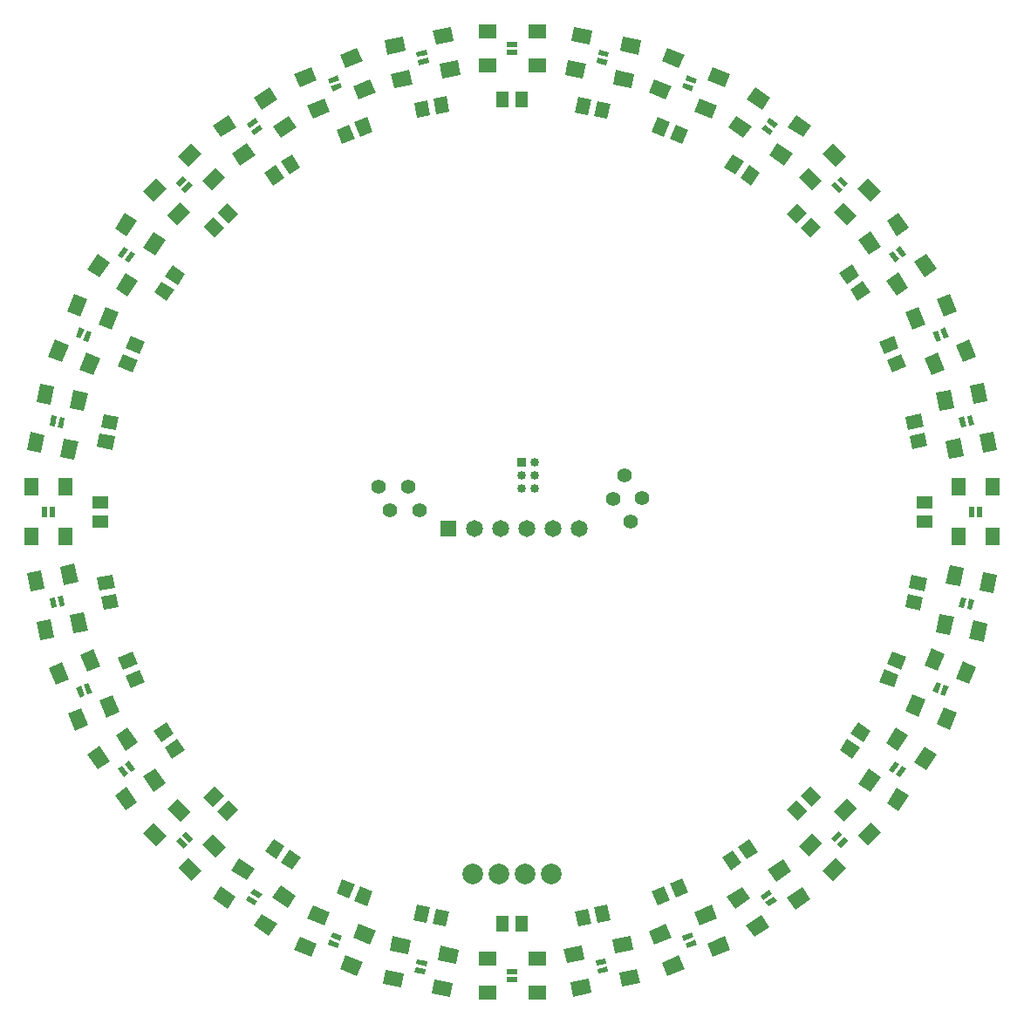
<source format=gts>
%FSLAX34Y34*%
G04 Gerber Fmt 3.4, Leading zero omitted, Abs format*
G04 (created by PCBNEW (2014-06-29 BZR 4957)-product) date Fri 25 Jul 2014 02:04:20 PM CEST*
%MOIN*%
G01*
G70*
G90*
G04 APERTURE LIST*
%ADD10C,0.003937*%
%ADD11C,0.055118*%
%ADD12C,0.078740*%
%ADD13C,0.033465*%
%ADD14R,0.033465X0.033465*%
%ADD15R,0.064961X0.064961*%
%ADD16C,0.064961*%
%ADD17R,0.059000X0.051100*%
%ADD18R,0.051100X0.059000*%
%ADD19R,0.055118X0.070866*%
%ADD20R,0.019685X0.039370*%
%ADD21R,0.070866X0.055118*%
%ADD22R,0.039370X0.019685*%
G04 APERTURE END LIST*
G54D10*
G54D11*
X63589Y-37783D03*
X62909Y-36895D03*
X64027Y-36884D03*
X63347Y-35996D03*
X55502Y-37344D03*
X54384Y-37333D03*
X55064Y-36445D03*
X53946Y-36434D03*
G54D12*
X57562Y-51232D03*
X58562Y-51232D03*
X59562Y-51232D03*
X60562Y-51232D03*
G54D13*
X59903Y-35503D03*
X59403Y-36003D03*
X59903Y-36003D03*
X59403Y-36503D03*
X59903Y-36503D03*
G54D14*
X59403Y-35503D03*
G54D13*
X59403Y-35503D03*
G54D15*
X56606Y-38047D03*
G54D16*
X57606Y-38047D03*
X58606Y-38047D03*
X59606Y-38047D03*
X60606Y-38047D03*
X61606Y-38047D03*
G54D10*
G36*
X56543Y-21516D02*
X56659Y-22095D01*
X56158Y-22195D01*
X56042Y-21616D01*
X56543Y-21516D01*
X56543Y-21516D01*
G37*
G36*
X55810Y-21663D02*
X55925Y-22241D01*
X55424Y-22341D01*
X55309Y-21763D01*
X55810Y-21663D01*
X55810Y-21663D01*
G37*
G36*
X53500Y-22321D02*
X53725Y-22866D01*
X53253Y-23061D01*
X53028Y-22516D01*
X53500Y-22321D01*
X53500Y-22321D01*
G37*
G36*
X52809Y-22607D02*
X53034Y-23152D01*
X52562Y-23348D01*
X52337Y-22803D01*
X52809Y-22607D01*
X52809Y-22607D01*
G37*
G36*
X50634Y-23735D02*
X50962Y-24225D01*
X50538Y-24509D01*
X50209Y-24019D01*
X50634Y-23735D01*
X50634Y-23735D01*
G37*
G36*
X50013Y-24151D02*
X50341Y-24641D01*
X49916Y-24926D01*
X49588Y-24435D01*
X50013Y-24151D01*
X50013Y-24151D01*
G37*
G36*
X48149Y-25606D02*
X48567Y-26023D01*
X48205Y-26384D01*
X47788Y-25967D01*
X48149Y-25606D01*
X48149Y-25606D01*
G37*
G36*
X47620Y-26135D02*
X48038Y-26552D01*
X47676Y-26913D01*
X47259Y-26496D01*
X47620Y-26135D01*
X47620Y-26135D01*
G37*
G36*
X46068Y-27974D02*
X46559Y-28301D01*
X46275Y-28726D01*
X45784Y-28399D01*
X46068Y-27974D01*
X46068Y-27974D01*
G37*
G36*
X45653Y-28596D02*
X46144Y-28923D01*
X45860Y-29348D01*
X45369Y-29021D01*
X45653Y-28596D01*
X45653Y-28596D01*
G37*
G36*
X44476Y-30683D02*
X45021Y-30909D01*
X44825Y-31381D01*
X44280Y-31155D01*
X44476Y-30683D01*
X44476Y-30683D01*
G37*
G36*
X44189Y-31374D02*
X44735Y-31600D01*
X44539Y-32072D01*
X43994Y-31846D01*
X44189Y-31374D01*
X44189Y-31374D01*
G37*
G36*
X43435Y-33675D02*
X44014Y-33790D01*
X43914Y-34291D01*
X43335Y-34176D01*
X43435Y-33675D01*
X43435Y-33675D01*
G37*
G36*
X43289Y-34409D02*
X43868Y-34523D01*
X43769Y-35025D01*
X43190Y-34910D01*
X43289Y-34409D01*
X43289Y-34409D01*
G37*
G54D17*
X43307Y-37027D03*
X43307Y-37775D03*
G54D10*
G36*
X43189Y-39912D02*
X43768Y-39797D01*
X43868Y-40298D01*
X43289Y-40414D01*
X43189Y-39912D01*
X43189Y-39912D01*
G37*
G36*
X43336Y-40646D02*
X43914Y-40530D01*
X44014Y-41031D01*
X43436Y-41147D01*
X43336Y-40646D01*
X43336Y-40646D01*
G37*
G36*
X43994Y-42976D02*
X44539Y-42750D01*
X44735Y-43222D01*
X44189Y-43448D01*
X43994Y-42976D01*
X43994Y-42976D01*
G37*
G36*
X44280Y-43667D02*
X44825Y-43441D01*
X45021Y-43913D01*
X44476Y-44139D01*
X44280Y-43667D01*
X44280Y-43667D01*
G37*
G36*
X45349Y-45782D02*
X45839Y-45454D01*
X46124Y-45879D01*
X45633Y-46207D01*
X45349Y-45782D01*
X45349Y-45782D01*
G37*
G36*
X45765Y-46404D02*
X46255Y-46076D01*
X46540Y-46500D01*
X46049Y-46828D01*
X45765Y-46404D01*
X45765Y-46404D01*
G37*
G36*
X47259Y-48306D02*
X47676Y-47889D01*
X48038Y-48250D01*
X47620Y-48668D01*
X47259Y-48306D01*
X47259Y-48306D01*
G37*
G36*
X47788Y-48835D02*
X48205Y-48418D01*
X48567Y-48779D01*
X48149Y-49197D01*
X47788Y-48835D01*
X47788Y-48835D01*
G37*
G36*
X49607Y-50388D02*
X49935Y-49897D01*
X50360Y-50180D01*
X50033Y-50671D01*
X49607Y-50388D01*
X49607Y-50388D01*
G37*
G36*
X50230Y-50803D02*
X50557Y-50312D01*
X50982Y-50595D01*
X50655Y-51086D01*
X50230Y-50803D01*
X50230Y-50803D01*
G37*
G36*
X52337Y-51980D02*
X52562Y-51435D01*
X53034Y-51630D01*
X52809Y-52176D01*
X52337Y-51980D01*
X52337Y-51980D01*
G37*
G36*
X53028Y-52266D02*
X53253Y-51721D01*
X53725Y-51917D01*
X53500Y-52462D01*
X53028Y-52266D01*
X53028Y-52266D01*
G37*
G36*
X55289Y-53001D02*
X55404Y-52422D01*
X55905Y-52522D01*
X55791Y-53101D01*
X55289Y-53001D01*
X55289Y-53001D01*
G37*
G36*
X56023Y-53147D02*
X56138Y-52568D01*
X56639Y-52667D01*
X56524Y-53246D01*
X56023Y-53147D01*
X56023Y-53147D01*
G37*
G54D18*
X58681Y-53149D03*
X59429Y-53149D03*
G54D10*
G36*
X61568Y-53250D02*
X61450Y-52672D01*
X61950Y-52569D01*
X62069Y-53147D01*
X61568Y-53250D01*
X61568Y-53250D01*
G37*
G36*
X62301Y-53099D02*
X62182Y-52521D01*
X62683Y-52419D01*
X62801Y-52997D01*
X62301Y-53099D01*
X62301Y-53099D01*
G37*
G36*
X64612Y-52445D02*
X64384Y-51901D01*
X64855Y-51703D01*
X65083Y-52247D01*
X64612Y-52445D01*
X64612Y-52445D01*
G37*
G36*
X65302Y-52155D02*
X65073Y-51611D01*
X65544Y-51413D01*
X65773Y-51957D01*
X65302Y-52155D01*
X65302Y-52155D01*
G37*
G36*
X67398Y-51108D02*
X67069Y-50619D01*
X67492Y-50333D01*
X67822Y-50822D01*
X67398Y-51108D01*
X67398Y-51108D01*
G37*
G36*
X68019Y-50690D02*
X67689Y-50200D01*
X68112Y-49915D01*
X68442Y-50404D01*
X68019Y-50690D01*
X68019Y-50690D01*
G37*
G36*
X69960Y-49197D02*
X69543Y-48779D01*
X69904Y-48418D01*
X70321Y-48835D01*
X69960Y-49197D01*
X69960Y-49197D01*
G37*
G36*
X70489Y-48668D02*
X70072Y-48250D01*
X70433Y-47889D01*
X70850Y-48306D01*
X70489Y-48668D01*
X70489Y-48668D01*
G37*
G36*
X72060Y-46828D02*
X71570Y-46500D01*
X71854Y-46076D01*
X72344Y-46404D01*
X72060Y-46828D01*
X72060Y-46828D01*
G37*
G36*
X72476Y-46207D02*
X71986Y-45879D01*
X72270Y-45454D01*
X72760Y-45782D01*
X72476Y-46207D01*
X72476Y-46207D01*
G37*
G36*
X73632Y-44119D02*
X73088Y-43892D01*
X73284Y-43421D01*
X73829Y-43647D01*
X73632Y-44119D01*
X73632Y-44119D01*
G37*
G36*
X73920Y-43429D02*
X73375Y-43202D01*
X73571Y-42730D01*
X74116Y-42957D01*
X73920Y-43429D01*
X73920Y-43429D01*
G37*
G36*
X74654Y-41167D02*
X74075Y-41051D01*
X74175Y-40550D01*
X74754Y-40666D01*
X74654Y-41167D01*
X74654Y-41167D01*
G37*
G36*
X74800Y-40433D02*
X74222Y-40318D01*
X74322Y-39817D01*
X74900Y-39932D01*
X74800Y-40433D01*
X74800Y-40433D01*
G37*
G54D17*
X74803Y-37775D03*
X74803Y-37027D03*
G54D10*
G36*
X74919Y-34890D02*
X74340Y-35005D01*
X74241Y-34504D01*
X74820Y-34389D01*
X74919Y-34890D01*
X74919Y-34890D01*
G37*
G36*
X74774Y-34157D02*
X74195Y-34271D01*
X74096Y-33770D01*
X74674Y-33655D01*
X74774Y-34157D01*
X74774Y-34157D01*
G37*
G36*
X74116Y-31845D02*
X73571Y-32072D01*
X73375Y-31600D01*
X73920Y-31373D01*
X74116Y-31845D01*
X74116Y-31845D01*
G37*
G36*
X73829Y-31155D02*
X73284Y-31381D01*
X73088Y-30910D01*
X73632Y-30683D01*
X73829Y-31155D01*
X73829Y-31155D01*
G37*
G36*
X72740Y-29000D02*
X72250Y-29328D01*
X71966Y-28904D01*
X72456Y-28576D01*
X72740Y-29000D01*
X72740Y-29000D01*
G37*
G36*
X72324Y-28379D02*
X71834Y-28707D01*
X71550Y-28282D01*
X72040Y-27954D01*
X72324Y-28379D01*
X72324Y-28379D01*
G37*
G36*
X70850Y-26496D02*
X70433Y-26913D01*
X70072Y-26552D01*
X70489Y-26135D01*
X70850Y-26496D01*
X70850Y-26496D01*
G37*
G36*
X70321Y-25967D02*
X69904Y-26384D01*
X69543Y-26023D01*
X69960Y-25606D01*
X70321Y-25967D01*
X70321Y-25967D01*
G37*
G36*
X68521Y-24435D02*
X68193Y-24926D01*
X67769Y-24641D01*
X68097Y-24151D01*
X68521Y-24435D01*
X68521Y-24435D01*
G37*
G36*
X67900Y-24019D02*
X67572Y-24509D01*
X67147Y-24225D01*
X67475Y-23735D01*
X67900Y-24019D01*
X67900Y-24019D01*
G37*
G36*
X65773Y-22803D02*
X65547Y-23348D01*
X65075Y-23152D01*
X65301Y-22607D01*
X65773Y-22803D01*
X65773Y-22803D01*
G37*
G36*
X65082Y-22516D02*
X64856Y-23061D01*
X64384Y-22866D01*
X64610Y-22321D01*
X65082Y-22516D01*
X65082Y-22516D01*
G37*
G36*
X62801Y-21802D02*
X62685Y-22381D01*
X62184Y-22281D01*
X62299Y-21702D01*
X62801Y-21802D01*
X62801Y-21802D01*
G37*
G36*
X62067Y-21656D02*
X61951Y-22234D01*
X61450Y-22134D01*
X61566Y-21555D01*
X62067Y-21656D01*
X62067Y-21656D01*
G37*
G54D18*
X59429Y-21653D03*
X58681Y-21653D03*
G54D10*
G36*
X56282Y-20290D02*
X56977Y-20151D01*
X57085Y-20692D01*
X56390Y-20830D01*
X56282Y-20290D01*
X56282Y-20290D01*
G37*
G36*
X56027Y-19016D02*
X56722Y-18877D01*
X56830Y-19418D01*
X56135Y-19556D01*
X56027Y-19016D01*
X56027Y-19016D01*
G37*
G36*
X54174Y-19386D02*
X54869Y-19247D01*
X54977Y-19788D01*
X54282Y-19927D01*
X54174Y-19386D01*
X54174Y-19386D01*
G37*
G36*
X54429Y-20660D02*
X55124Y-20521D01*
X55232Y-21062D01*
X54537Y-21201D01*
X54429Y-20660D01*
X54429Y-20660D01*
G37*
G36*
X55448Y-20135D02*
X55834Y-20058D01*
X55873Y-20251D01*
X55487Y-20328D01*
X55448Y-20135D01*
X55448Y-20135D01*
G37*
G36*
X55386Y-19826D02*
X55772Y-19749D01*
X55811Y-19942D01*
X55425Y-20020D01*
X55386Y-19826D01*
X55386Y-19826D01*
G37*
G36*
X52972Y-21143D02*
X53626Y-20871D01*
X53837Y-21381D01*
X53183Y-21652D01*
X52972Y-21143D01*
X52972Y-21143D01*
G37*
G36*
X52475Y-19942D02*
X53129Y-19671D01*
X53340Y-20180D01*
X52685Y-20452D01*
X52475Y-19942D01*
X52475Y-19942D01*
G37*
G36*
X50729Y-20666D02*
X51383Y-20394D01*
X51594Y-20904D01*
X50940Y-21175D01*
X50729Y-20666D01*
X50729Y-20666D01*
G37*
G36*
X51226Y-21866D02*
X51880Y-21595D01*
X52091Y-22104D01*
X51437Y-22375D01*
X51226Y-21866D01*
X51226Y-21866D01*
G37*
G36*
X52124Y-21153D02*
X52487Y-21002D01*
X52563Y-21184D01*
X52199Y-21335D01*
X52124Y-21153D01*
X52124Y-21153D01*
G37*
G36*
X52003Y-20862D02*
X52367Y-20711D01*
X52442Y-20893D01*
X52078Y-21044D01*
X52003Y-20862D01*
X52003Y-20862D01*
G37*
G36*
X49911Y-22659D02*
X50500Y-22265D01*
X50806Y-22723D01*
X50218Y-23117D01*
X49911Y-22659D01*
X49911Y-22659D01*
G37*
G36*
X49188Y-21579D02*
X49777Y-21185D01*
X50084Y-21643D01*
X49495Y-22037D01*
X49188Y-21579D01*
X49188Y-21579D01*
G37*
G36*
X47618Y-22631D02*
X48207Y-22236D01*
X48513Y-22694D01*
X47924Y-23089D01*
X47618Y-22631D01*
X47618Y-22631D01*
G37*
G36*
X48341Y-23710D02*
X48929Y-23316D01*
X49236Y-23774D01*
X48647Y-24168D01*
X48341Y-23710D01*
X48341Y-23710D01*
G37*
G36*
X49081Y-22835D02*
X49409Y-22616D01*
X49518Y-22780D01*
X49191Y-22999D01*
X49081Y-22835D01*
X49081Y-22835D01*
G37*
G36*
X48906Y-22574D02*
X49233Y-22355D01*
X49343Y-22518D01*
X49016Y-22737D01*
X48906Y-22574D01*
X48906Y-22574D01*
G37*
G36*
X47197Y-24728D02*
X47698Y-24227D01*
X48088Y-24617D01*
X47587Y-25118D01*
X47197Y-24728D01*
X47197Y-24728D01*
G37*
G36*
X46279Y-23810D02*
X46780Y-23308D01*
X47169Y-23698D01*
X46668Y-24199D01*
X46279Y-23810D01*
X46279Y-23810D01*
G37*
G36*
X44942Y-25146D02*
X45443Y-24645D01*
X45833Y-25035D01*
X45332Y-25536D01*
X44942Y-25146D01*
X44942Y-25146D01*
G37*
G36*
X45861Y-26065D02*
X46362Y-25563D01*
X46752Y-25953D01*
X46251Y-26454D01*
X45861Y-26065D01*
X45861Y-26065D01*
G37*
G36*
X46418Y-25062D02*
X46696Y-24784D01*
X46835Y-24923D01*
X46557Y-25202D01*
X46418Y-25062D01*
X46418Y-25062D01*
G37*
G36*
X46195Y-24840D02*
X46473Y-24561D01*
X46613Y-24700D01*
X46334Y-24979D01*
X46195Y-24840D01*
X46195Y-24840D01*
G37*
G36*
X44949Y-27294D02*
X45343Y-26705D01*
X45801Y-27011D01*
X45408Y-27600D01*
X44949Y-27294D01*
X44949Y-27294D01*
G37*
G36*
X43868Y-26574D02*
X44262Y-25984D01*
X44720Y-26290D01*
X44327Y-26879D01*
X43868Y-26574D01*
X43868Y-26574D01*
G37*
G36*
X42820Y-28146D02*
X43213Y-27556D01*
X43672Y-27862D01*
X43278Y-28452D01*
X42820Y-28146D01*
X42820Y-28146D01*
G37*
G36*
X43901Y-28867D02*
X44294Y-28277D01*
X44753Y-28583D01*
X44359Y-29172D01*
X43901Y-28867D01*
X43901Y-28867D01*
G37*
G36*
X44250Y-27775D02*
X44469Y-27447D01*
X44633Y-27556D01*
X44414Y-27884D01*
X44250Y-27775D01*
X44250Y-27775D01*
G37*
G36*
X43988Y-27600D02*
X44207Y-27272D01*
X44371Y-27382D01*
X44152Y-27709D01*
X43988Y-27600D01*
X43988Y-27600D01*
G37*
G36*
X43248Y-30227D02*
X43519Y-29572D01*
X44029Y-29783D01*
X43757Y-30438D01*
X43248Y-30227D01*
X43248Y-30227D01*
G37*
G36*
X42048Y-29730D02*
X42319Y-29075D01*
X42828Y-29286D01*
X42557Y-29941D01*
X42048Y-29730D01*
X42048Y-29730D01*
G37*
G36*
X41325Y-31476D02*
X41596Y-30821D01*
X42105Y-31032D01*
X41834Y-31687D01*
X41325Y-31476D01*
X41325Y-31476D01*
G37*
G36*
X42525Y-31973D02*
X42796Y-31318D01*
X43305Y-31529D01*
X43034Y-32184D01*
X42525Y-31973D01*
X42525Y-31973D01*
G37*
G36*
X42656Y-30834D02*
X42807Y-30470D01*
X42988Y-30545D01*
X42838Y-30909D01*
X42656Y-30834D01*
X42656Y-30834D01*
G37*
G36*
X42365Y-30713D02*
X42516Y-30350D01*
X42697Y-30425D01*
X42547Y-30789D01*
X42365Y-30713D01*
X42365Y-30713D01*
G37*
G36*
X42154Y-33450D02*
X42292Y-32754D01*
X42833Y-32861D01*
X42695Y-33557D01*
X42154Y-33450D01*
X42154Y-33450D01*
G37*
G36*
X40880Y-33197D02*
X41018Y-32502D01*
X41558Y-32609D01*
X41421Y-33304D01*
X40880Y-33197D01*
X40880Y-33197D01*
G37*
G36*
X40513Y-35051D02*
X40650Y-34356D01*
X41191Y-34463D01*
X41053Y-35158D01*
X40513Y-35051D01*
X40513Y-35051D01*
G37*
G36*
X41787Y-35303D02*
X41925Y-34608D01*
X42466Y-34715D01*
X42328Y-35410D01*
X41787Y-35303D01*
X41787Y-35303D01*
G37*
G36*
X41692Y-34161D02*
X41769Y-33775D01*
X41962Y-33813D01*
X41886Y-34199D01*
X41692Y-34161D01*
X41692Y-34161D01*
G37*
G36*
X41383Y-34100D02*
X41460Y-33713D01*
X41653Y-33752D01*
X41577Y-34138D01*
X41383Y-34100D01*
X41383Y-34100D01*
G37*
G54D19*
X41988Y-36456D03*
X40688Y-36456D03*
X40688Y-38346D03*
X41988Y-38346D03*
G54D20*
X41496Y-37401D03*
X41181Y-37401D03*
G54D10*
G36*
X41924Y-40194D02*
X41785Y-39499D01*
X42325Y-39391D01*
X42464Y-40086D01*
X41924Y-40194D01*
X41924Y-40194D01*
G37*
G36*
X40650Y-40448D02*
X40511Y-39753D01*
X41051Y-39645D01*
X41190Y-40340D01*
X40650Y-40448D01*
X40650Y-40448D01*
G37*
G36*
X41020Y-42301D02*
X40881Y-41606D01*
X41422Y-41498D01*
X41561Y-42193D01*
X41020Y-42301D01*
X41020Y-42301D01*
G37*
G36*
X42294Y-42047D02*
X42155Y-41352D01*
X42696Y-41244D01*
X42835Y-41939D01*
X42294Y-42047D01*
X42294Y-42047D01*
G37*
G36*
X41769Y-41027D02*
X41692Y-40641D01*
X41885Y-40603D01*
X41962Y-40989D01*
X41769Y-41027D01*
X41769Y-41027D01*
G37*
G36*
X41460Y-41089D02*
X41383Y-40703D01*
X41576Y-40664D01*
X41653Y-41051D01*
X41460Y-41089D01*
X41460Y-41089D01*
G37*
G36*
X42816Y-43523D02*
X42545Y-42869D01*
X43054Y-42658D01*
X43325Y-43312D01*
X42816Y-43523D01*
X42816Y-43523D01*
G37*
G36*
X41616Y-44021D02*
X41344Y-43366D01*
X41854Y-43155D01*
X42125Y-43810D01*
X41616Y-44021D01*
X41616Y-44021D01*
G37*
G36*
X42339Y-45766D02*
X42068Y-45112D01*
X42577Y-44901D01*
X42848Y-45556D01*
X42339Y-45766D01*
X42339Y-45766D01*
G37*
G36*
X43539Y-45269D02*
X43268Y-44615D01*
X43777Y-44404D01*
X44048Y-45058D01*
X43539Y-45269D01*
X43539Y-45269D01*
G37*
G36*
X42826Y-44371D02*
X42676Y-44008D01*
X42857Y-43932D01*
X43008Y-44296D01*
X42826Y-44371D01*
X42826Y-44371D01*
G37*
G36*
X42535Y-44492D02*
X42385Y-44128D01*
X42566Y-44053D01*
X42717Y-44417D01*
X42535Y-44492D01*
X42535Y-44492D01*
G37*
G36*
X44293Y-46525D02*
X43899Y-45936D01*
X44357Y-45630D01*
X44751Y-46218D01*
X44293Y-46525D01*
X44293Y-46525D01*
G37*
G36*
X43213Y-47248D02*
X42819Y-46659D01*
X43277Y-46352D01*
X43671Y-46941D01*
X43213Y-47248D01*
X43213Y-47248D01*
G37*
G36*
X44264Y-48818D02*
X43870Y-48229D01*
X44328Y-47923D01*
X44722Y-48512D01*
X44264Y-48818D01*
X44264Y-48818D01*
G37*
G36*
X45344Y-48095D02*
X44950Y-47507D01*
X45408Y-47200D01*
X45802Y-47789D01*
X45344Y-48095D01*
X45344Y-48095D01*
G37*
G36*
X44469Y-47355D02*
X44250Y-47027D01*
X44414Y-46918D01*
X44633Y-47245D01*
X44469Y-47355D01*
X44469Y-47355D01*
G37*
G36*
X44207Y-47530D02*
X43988Y-47203D01*
X44152Y-47093D01*
X44371Y-47420D01*
X44207Y-47530D01*
X44207Y-47530D01*
G37*
G36*
X46382Y-49258D02*
X45881Y-48757D01*
X46270Y-48368D01*
X46772Y-48869D01*
X46382Y-49258D01*
X46382Y-49258D01*
G37*
G36*
X45463Y-50177D02*
X44962Y-49676D01*
X45352Y-49286D01*
X45853Y-49787D01*
X45463Y-50177D01*
X45463Y-50177D01*
G37*
G36*
X46799Y-51513D02*
X46298Y-51012D01*
X46688Y-50622D01*
X47189Y-51124D01*
X46799Y-51513D01*
X46799Y-51513D01*
G37*
G36*
X47718Y-50595D02*
X47217Y-50094D01*
X47607Y-49704D01*
X48108Y-50205D01*
X47718Y-50595D01*
X47718Y-50595D01*
G37*
G36*
X46716Y-50038D02*
X46437Y-49759D01*
X46577Y-49620D01*
X46855Y-49899D01*
X46716Y-50038D01*
X46716Y-50038D01*
G37*
G36*
X46493Y-50261D02*
X46215Y-49982D01*
X46354Y-49843D01*
X46632Y-50121D01*
X46493Y-50261D01*
X46493Y-50261D01*
G37*
G36*
X48909Y-51487D02*
X48319Y-51093D01*
X48625Y-50635D01*
X49214Y-51028D01*
X48909Y-51487D01*
X48909Y-51487D01*
G37*
G36*
X48188Y-52568D02*
X47598Y-52174D01*
X47904Y-51716D01*
X48494Y-52109D01*
X48188Y-52568D01*
X48188Y-52568D01*
G37*
G36*
X49760Y-53616D02*
X49170Y-53223D01*
X49476Y-52764D01*
X50066Y-53158D01*
X49760Y-53616D01*
X49760Y-53616D01*
G37*
G36*
X50481Y-52535D02*
X49891Y-52142D01*
X50197Y-51683D01*
X50787Y-52077D01*
X50481Y-52535D01*
X50481Y-52535D01*
G37*
G36*
X49389Y-52186D02*
X49061Y-51967D01*
X49171Y-51803D01*
X49498Y-52022D01*
X49389Y-52186D01*
X49389Y-52186D01*
G37*
G36*
X49214Y-52448D02*
X48887Y-52229D01*
X48996Y-52065D01*
X49323Y-52284D01*
X49214Y-52448D01*
X49214Y-52448D01*
G37*
G36*
X51880Y-53207D02*
X51226Y-52936D01*
X51437Y-52427D01*
X52091Y-52698D01*
X51880Y-53207D01*
X51880Y-53207D01*
G37*
G36*
X51383Y-54408D02*
X50729Y-54137D01*
X50940Y-53627D01*
X51594Y-53899D01*
X51383Y-54408D01*
X51383Y-54408D01*
G37*
G36*
X53129Y-55131D02*
X52475Y-54860D01*
X52685Y-54351D01*
X53340Y-54622D01*
X53129Y-55131D01*
X53129Y-55131D01*
G37*
G36*
X53626Y-53931D02*
X52972Y-53659D01*
X53183Y-53150D01*
X53837Y-53421D01*
X53626Y-53931D01*
X53626Y-53931D01*
G37*
G36*
X52487Y-53800D02*
X52124Y-53649D01*
X52199Y-53467D01*
X52563Y-53618D01*
X52487Y-53800D01*
X52487Y-53800D01*
G37*
G36*
X52367Y-54091D02*
X52003Y-53940D01*
X52078Y-53758D01*
X52442Y-53909D01*
X52367Y-54091D01*
X52367Y-54091D01*
G37*
G36*
X55064Y-54301D02*
X54369Y-54164D01*
X54476Y-53623D01*
X55171Y-53761D01*
X55064Y-54301D01*
X55064Y-54301D01*
G37*
G36*
X54811Y-55576D02*
X54116Y-55438D01*
X54223Y-54898D01*
X54918Y-55035D01*
X54811Y-55576D01*
X54811Y-55576D01*
G37*
G36*
X56665Y-55943D02*
X55970Y-55805D01*
X56077Y-55265D01*
X56772Y-55402D01*
X56665Y-55943D01*
X56665Y-55943D01*
G37*
G36*
X56917Y-54668D02*
X56222Y-54531D01*
X56329Y-53990D01*
X57025Y-54128D01*
X56917Y-54668D01*
X56917Y-54668D01*
G37*
G36*
X55775Y-54763D02*
X55389Y-54687D01*
X55427Y-54494D01*
X55813Y-54570D01*
X55775Y-54763D01*
X55775Y-54763D01*
G37*
G36*
X55714Y-55072D02*
X55328Y-54996D01*
X55366Y-54803D01*
X55752Y-54879D01*
X55714Y-55072D01*
X55714Y-55072D01*
G37*
G54D21*
X58110Y-54468D03*
X58110Y-55767D03*
X60000Y-55767D03*
X60000Y-54468D03*
G54D22*
X59055Y-54960D03*
X59055Y-55275D03*
G54D10*
G36*
X61826Y-54516D02*
X61132Y-54658D01*
X61021Y-54118D01*
X61715Y-53976D01*
X61826Y-54516D01*
X61826Y-54516D01*
G37*
G36*
X62087Y-55788D02*
X61393Y-55931D01*
X61282Y-55391D01*
X61977Y-55248D01*
X62087Y-55788D01*
X62087Y-55788D01*
G37*
G36*
X63939Y-55408D02*
X63244Y-55551D01*
X63134Y-55011D01*
X63828Y-54868D01*
X63939Y-55408D01*
X63939Y-55408D01*
G37*
G36*
X63677Y-54136D02*
X62983Y-54278D01*
X62872Y-53738D01*
X63566Y-53596D01*
X63677Y-54136D01*
X63677Y-54136D01*
G37*
G36*
X62661Y-54666D02*
X62275Y-54745D01*
X62236Y-54552D01*
X62621Y-54473D01*
X62661Y-54666D01*
X62661Y-54666D01*
G37*
G36*
X62724Y-54974D02*
X62338Y-55054D01*
X62299Y-54861D01*
X62685Y-54782D01*
X62724Y-54974D01*
X62724Y-54974D01*
G37*
G36*
X65137Y-53663D02*
X64484Y-53938D01*
X64270Y-53430D01*
X64923Y-53155D01*
X65137Y-53663D01*
X65137Y-53663D01*
G37*
G36*
X65640Y-54861D02*
X64987Y-55135D01*
X64774Y-54627D01*
X65427Y-54353D01*
X65640Y-54861D01*
X65640Y-54861D01*
G37*
G36*
X67382Y-54128D02*
X66729Y-54403D01*
X66516Y-53895D01*
X67169Y-53620D01*
X67382Y-54128D01*
X67382Y-54128D01*
G37*
G36*
X66879Y-52931D02*
X66226Y-53205D01*
X66012Y-52697D01*
X66665Y-52423D01*
X66879Y-52931D01*
X66879Y-52931D01*
G37*
G36*
X65985Y-53648D02*
X65622Y-53801D01*
X65546Y-53619D01*
X65909Y-53467D01*
X65985Y-53648D01*
X65985Y-53648D01*
G37*
G36*
X66107Y-53939D02*
X65744Y-54091D01*
X65668Y-53910D01*
X66031Y-53757D01*
X66107Y-53939D01*
X66107Y-53939D01*
G37*
G36*
X68159Y-52185D02*
X67572Y-52581D01*
X67263Y-52124D01*
X67851Y-51728D01*
X68159Y-52185D01*
X68159Y-52185D01*
G37*
G36*
X68886Y-53262D02*
X68298Y-53658D01*
X67990Y-53201D01*
X68577Y-52805D01*
X68886Y-53262D01*
X68886Y-53262D01*
G37*
G36*
X70452Y-52205D02*
X69865Y-52602D01*
X69557Y-52145D01*
X70144Y-51748D01*
X70452Y-52205D01*
X70452Y-52205D01*
G37*
G36*
X69726Y-51128D02*
X69138Y-51525D01*
X68830Y-51068D01*
X69418Y-50671D01*
X69726Y-51128D01*
X69726Y-51128D01*
G37*
G36*
X68988Y-52006D02*
X68662Y-52226D01*
X68551Y-52063D01*
X68878Y-51843D01*
X68988Y-52006D01*
X68988Y-52006D01*
G37*
G36*
X69164Y-52267D02*
X68838Y-52487D01*
X68728Y-52324D01*
X69054Y-52104D01*
X69164Y-52267D01*
X69164Y-52267D01*
G37*
G36*
X70893Y-50075D02*
X70392Y-50577D01*
X70002Y-50188D01*
X70502Y-49686D01*
X70893Y-50075D01*
X70893Y-50075D01*
G37*
G36*
X71813Y-50992D02*
X71313Y-51494D01*
X70922Y-51105D01*
X71422Y-50603D01*
X71813Y-50992D01*
X71813Y-50992D01*
G37*
G36*
X73147Y-49654D02*
X72647Y-50156D01*
X72256Y-49766D01*
X72756Y-49264D01*
X73147Y-49654D01*
X73147Y-49654D01*
G37*
G36*
X72226Y-48736D02*
X71726Y-49238D01*
X71336Y-48849D01*
X71836Y-48347D01*
X72226Y-48736D01*
X72226Y-48736D01*
G37*
G36*
X71671Y-49740D02*
X71394Y-50019D01*
X71254Y-49880D01*
X71532Y-49601D01*
X71671Y-49740D01*
X71671Y-49740D01*
G37*
G36*
X71895Y-49962D02*
X71617Y-50241D01*
X71477Y-50102D01*
X71755Y-49823D01*
X71895Y-49962D01*
X71895Y-49962D01*
G37*
G36*
X73140Y-47527D02*
X72747Y-48117D01*
X72288Y-47811D01*
X72682Y-47222D01*
X73140Y-47527D01*
X73140Y-47527D01*
G37*
G36*
X74221Y-48248D02*
X73828Y-48838D01*
X73369Y-48532D01*
X73763Y-47942D01*
X74221Y-48248D01*
X74221Y-48248D01*
G37*
G36*
X75270Y-46676D02*
X74876Y-47266D01*
X74418Y-46960D01*
X74811Y-46370D01*
X75270Y-46676D01*
X75270Y-46676D01*
G37*
G36*
X74189Y-45955D02*
X73796Y-46545D01*
X73337Y-46239D01*
X73730Y-45649D01*
X74189Y-45955D01*
X74189Y-45955D01*
G37*
G36*
X73839Y-47047D02*
X73621Y-47375D01*
X73457Y-47265D01*
X73675Y-46938D01*
X73839Y-47047D01*
X73839Y-47047D01*
G37*
G36*
X74101Y-47222D02*
X73883Y-47549D01*
X73719Y-47440D01*
X73937Y-47113D01*
X74101Y-47222D01*
X74101Y-47222D01*
G37*
G36*
X74860Y-44574D02*
X74588Y-45228D01*
X74079Y-45017D01*
X74351Y-44362D01*
X74860Y-44574D01*
X74860Y-44574D01*
G37*
G36*
X76060Y-45073D02*
X75787Y-45728D01*
X75279Y-45516D01*
X75551Y-44862D01*
X76060Y-45073D01*
X76060Y-45073D01*
G37*
G36*
X76786Y-43329D02*
X76514Y-43983D01*
X76005Y-43771D01*
X76277Y-43117D01*
X76786Y-43329D01*
X76786Y-43329D01*
G37*
G36*
X75587Y-42830D02*
X75314Y-43484D01*
X74805Y-43272D01*
X75078Y-42618D01*
X75587Y-42830D01*
X75587Y-42830D01*
G37*
G36*
X75454Y-43968D02*
X75302Y-44332D01*
X75121Y-44256D01*
X75272Y-43893D01*
X75454Y-43968D01*
X75454Y-43968D01*
G37*
G36*
X75744Y-44089D02*
X75593Y-44453D01*
X75411Y-44377D01*
X75563Y-44014D01*
X75744Y-44089D01*
X75744Y-44089D01*
G37*
G36*
X75934Y-41411D02*
X75795Y-42106D01*
X75255Y-41998D01*
X75394Y-41303D01*
X75934Y-41411D01*
X75934Y-41411D01*
G37*
G36*
X77208Y-41665D02*
X77070Y-42360D01*
X76529Y-42252D01*
X76668Y-41557D01*
X77208Y-41665D01*
X77208Y-41665D01*
G37*
G36*
X77579Y-39812D02*
X77440Y-40507D01*
X76899Y-40399D01*
X77038Y-39704D01*
X77579Y-39812D01*
X77579Y-39812D01*
G37*
G36*
X76305Y-39558D02*
X76166Y-40253D01*
X75625Y-40145D01*
X75764Y-39450D01*
X76305Y-39558D01*
X76305Y-39558D01*
G37*
G36*
X76397Y-40700D02*
X76320Y-41086D01*
X76127Y-41048D01*
X76204Y-40662D01*
X76397Y-40700D01*
X76397Y-40700D01*
G37*
G36*
X76706Y-40762D02*
X76629Y-41148D01*
X76436Y-41110D01*
X76513Y-40724D01*
X76706Y-40762D01*
X76706Y-40762D01*
G37*
G54D19*
X76122Y-38346D03*
X77421Y-38346D03*
X77421Y-36456D03*
X76122Y-36456D03*
G54D20*
X76614Y-37401D03*
X76929Y-37401D03*
G54D10*
G36*
X76165Y-34588D02*
X76302Y-35284D01*
X75762Y-35391D01*
X75624Y-34696D01*
X76165Y-34588D01*
X76165Y-34588D01*
G37*
G36*
X77439Y-34336D02*
X77577Y-35031D01*
X77036Y-35138D01*
X76898Y-34443D01*
X77439Y-34336D01*
X77439Y-34336D01*
G37*
G36*
X77072Y-32482D02*
X77210Y-33177D01*
X76669Y-33285D01*
X76531Y-32589D01*
X77072Y-32482D01*
X77072Y-32482D01*
G37*
G36*
X75798Y-32735D02*
X75935Y-33430D01*
X75395Y-33537D01*
X75257Y-32842D01*
X75798Y-32735D01*
X75798Y-32735D01*
G37*
G36*
X76321Y-33755D02*
X76397Y-34141D01*
X76204Y-34179D01*
X76128Y-33793D01*
X76321Y-33755D01*
X76321Y-33755D01*
G37*
G36*
X76630Y-33694D02*
X76706Y-34080D01*
X76513Y-34118D01*
X76437Y-33732D01*
X76630Y-33694D01*
X76630Y-33694D01*
G37*
G36*
X75314Y-31318D02*
X75587Y-31973D01*
X75078Y-32184D01*
X74805Y-31530D01*
X75314Y-31318D01*
X75314Y-31318D01*
G37*
G36*
X76514Y-30819D02*
X76786Y-31473D01*
X76277Y-31685D01*
X76005Y-31031D01*
X76514Y-30819D01*
X76514Y-30819D01*
G37*
G36*
X75787Y-29074D02*
X76060Y-29729D01*
X75551Y-29940D01*
X75279Y-29286D01*
X75787Y-29074D01*
X75787Y-29074D01*
G37*
G36*
X74588Y-29574D02*
X74860Y-30228D01*
X74351Y-30440D01*
X74079Y-29786D01*
X74588Y-29574D01*
X74588Y-29574D01*
G37*
G36*
X75302Y-30470D02*
X75454Y-30834D01*
X75272Y-30909D01*
X75121Y-30546D01*
X75302Y-30470D01*
X75302Y-30470D01*
G37*
G36*
X75593Y-30349D02*
X75744Y-30713D01*
X75563Y-30788D01*
X75411Y-30425D01*
X75593Y-30349D01*
X75593Y-30349D01*
G37*
G36*
X73797Y-28257D02*
X74191Y-28846D01*
X73733Y-29153D01*
X73339Y-28564D01*
X73797Y-28257D01*
X73797Y-28257D01*
G37*
G36*
X74876Y-27535D02*
X75271Y-28123D01*
X74813Y-28430D01*
X74418Y-27841D01*
X74876Y-27535D01*
X74876Y-27535D01*
G37*
G36*
X73825Y-25964D02*
X74219Y-26553D01*
X73761Y-26860D01*
X73367Y-26271D01*
X73825Y-25964D01*
X73825Y-25964D01*
G37*
G36*
X72745Y-26687D02*
X73140Y-27276D01*
X72682Y-27582D01*
X72287Y-26994D01*
X72745Y-26687D01*
X72745Y-26687D01*
G37*
G36*
X73620Y-27428D02*
X73839Y-27755D01*
X73676Y-27864D01*
X73457Y-27537D01*
X73620Y-27428D01*
X73620Y-27428D01*
G37*
G36*
X73882Y-27253D02*
X74101Y-27580D01*
X73938Y-27689D01*
X73719Y-27362D01*
X73882Y-27253D01*
X73882Y-27253D01*
G37*
G36*
X71727Y-25563D02*
X72229Y-26065D01*
X71839Y-26454D01*
X71338Y-25953D01*
X71727Y-25563D01*
X71727Y-25563D01*
G37*
G36*
X72646Y-24645D02*
X73147Y-25146D01*
X72757Y-25536D01*
X72256Y-25035D01*
X72646Y-24645D01*
X72646Y-24645D01*
G37*
G36*
X71310Y-23308D02*
X71811Y-23810D01*
X71421Y-24199D01*
X70920Y-23698D01*
X71310Y-23308D01*
X71310Y-23308D01*
G37*
G36*
X70391Y-24227D02*
X70892Y-24728D01*
X70503Y-25118D01*
X70001Y-24617D01*
X70391Y-24227D01*
X70391Y-24227D01*
G37*
G36*
X71393Y-24784D02*
X71672Y-25062D01*
X71533Y-25202D01*
X71254Y-24923D01*
X71393Y-24784D01*
X71393Y-24784D01*
G37*
G36*
X71616Y-24561D02*
X71894Y-24840D01*
X71755Y-24979D01*
X71477Y-24700D01*
X71616Y-24561D01*
X71616Y-24561D01*
G37*
G36*
X69180Y-23316D02*
X69769Y-23710D01*
X69462Y-24168D01*
X68873Y-23774D01*
X69180Y-23316D01*
X69180Y-23316D01*
G37*
G36*
X69903Y-22236D02*
X70491Y-22631D01*
X70185Y-23089D01*
X69596Y-22694D01*
X69903Y-22236D01*
X69903Y-22236D01*
G37*
G36*
X68332Y-21185D02*
X68921Y-21579D01*
X68614Y-22037D01*
X68026Y-21643D01*
X68332Y-21185D01*
X68332Y-21185D01*
G37*
G36*
X67609Y-22265D02*
X68198Y-22659D01*
X67892Y-23117D01*
X67303Y-22723D01*
X67609Y-22265D01*
X67609Y-22265D01*
G37*
G36*
X68701Y-22616D02*
X69028Y-22835D01*
X68918Y-22999D01*
X68591Y-22780D01*
X68701Y-22616D01*
X68701Y-22616D01*
G37*
G36*
X68876Y-22355D02*
X69203Y-22574D01*
X69094Y-22737D01*
X68766Y-22518D01*
X68876Y-22355D01*
X68876Y-22355D01*
G37*
G36*
X66229Y-21595D02*
X66883Y-21866D01*
X66673Y-22375D01*
X66018Y-22104D01*
X66229Y-21595D01*
X66229Y-21595D01*
G37*
G36*
X66726Y-20394D02*
X67381Y-20666D01*
X67170Y-21175D01*
X66515Y-20904D01*
X66726Y-20394D01*
X66726Y-20394D01*
G37*
G36*
X64980Y-19671D02*
X65635Y-19942D01*
X65424Y-20452D01*
X64769Y-20180D01*
X64980Y-19671D01*
X64980Y-19671D01*
G37*
G36*
X64483Y-20871D02*
X65138Y-21143D01*
X64927Y-21652D01*
X64272Y-21381D01*
X64483Y-20871D01*
X64483Y-20871D01*
G37*
G36*
X65622Y-21002D02*
X65986Y-21153D01*
X65910Y-21335D01*
X65546Y-21184D01*
X65622Y-21002D01*
X65622Y-21002D01*
G37*
G36*
X65742Y-20711D02*
X66106Y-20862D01*
X66031Y-21044D01*
X65667Y-20893D01*
X65742Y-20711D01*
X65742Y-20711D01*
G37*
G36*
X63025Y-20521D02*
X63720Y-20660D01*
X63612Y-21201D01*
X62917Y-21062D01*
X63025Y-20521D01*
X63025Y-20521D01*
G37*
G36*
X63280Y-19247D02*
X63975Y-19386D01*
X63866Y-19927D01*
X63172Y-19788D01*
X63280Y-19247D01*
X63280Y-19247D01*
G37*
G36*
X61426Y-18877D02*
X62121Y-19016D01*
X62013Y-19556D01*
X61318Y-19418D01*
X61426Y-18877D01*
X61426Y-18877D01*
G37*
G36*
X61172Y-20151D02*
X61867Y-20290D01*
X61759Y-20830D01*
X61064Y-20692D01*
X61172Y-20151D01*
X61172Y-20151D01*
G37*
G36*
X62315Y-20058D02*
X62701Y-20135D01*
X62662Y-20328D01*
X62276Y-20251D01*
X62315Y-20058D01*
X62315Y-20058D01*
G37*
G36*
X62376Y-19749D02*
X62762Y-19826D01*
X62724Y-20020D01*
X62338Y-19942D01*
X62376Y-19749D01*
X62376Y-19749D01*
G37*
G54D21*
X60000Y-20334D03*
X60000Y-19035D03*
X58110Y-19035D03*
X58110Y-20334D03*
G54D22*
X59055Y-19842D03*
X59055Y-19527D03*
M02*

</source>
